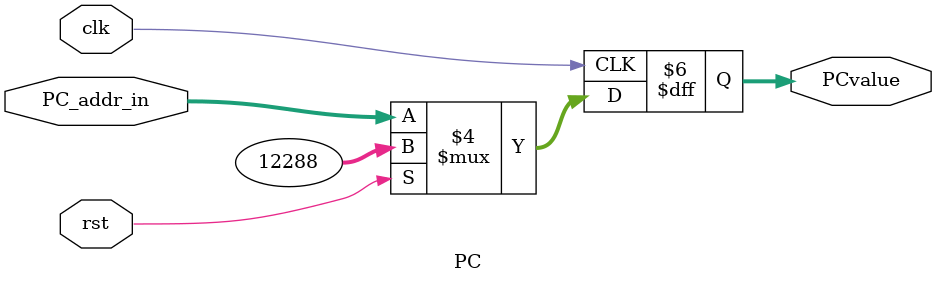
<source format=v>

module PC(PC_addr_in, PCvalue, rst, clk);
	input wire [31:0] PC_addr_in;
	input rst, clk;
	output reg [31:0] PCvalue;
	
	//wire PC_addr_in;
	wire rst;
	wire clk;
	
	always @(posedge clk) begin
	if (rst == 1) begin
		PCvalue <= 32'h00003000;
	end else begin
		PCvalue <= PC_addr_in;
	end
	end
	
	
endmodule
</source>
